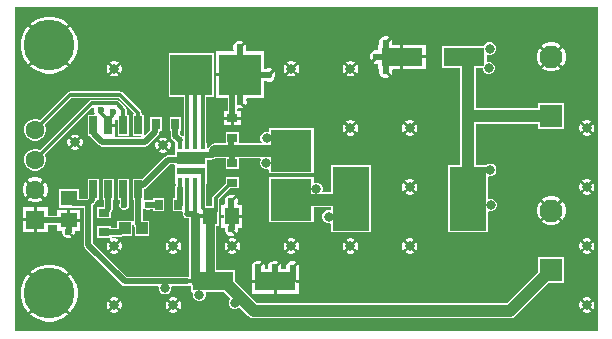
<source format=gbr>
G04*
G04 #@! TF.GenerationSoftware,Altium Limited,Altium Designer,24.0.1 (36)*
G04*
G04 Layer_Physical_Order=1*
G04 Layer_Color=255*
%FSLAX44Y44*%
%MOMM*%
G71*
G04*
G04 #@! TF.SameCoordinates,47EEF6A6-A9A8-4354-BB7B-09A3034422A5*
G04*
G04*
G04 #@! TF.FilePolarity,Positive*
G04*
G01*
G75*
%ADD13C,0.5000*%
%ADD14R,0.9000X0.7000*%
%ADD15R,1.0000X1.0000*%
%ADD16R,0.7000X0.9000*%
%ADD17R,3.5500X3.5000*%
%ADD18R,3.5000X3.5500*%
%ADD19R,1.3000X1.4500*%
%ADD20R,0.4500X0.4500*%
%ADD21R,2.4500X1.0360*%
%ADD22R,2.4500X0.5620*%
%ADD23R,1.4500X1.3000*%
%ADD24R,0.7000X1.5250*%
%ADD25R,3.5000X1.6000*%
%ADD26R,3.1000X5.4000*%
%ADD47C,0.3000*%
%ADD48C,0.7500*%
%ADD49C,1.0000*%
%ADD50C,1.6000*%
%ADD51R,1.6000X1.6000*%
%ADD52C,1.9500*%
%ADD53R,1.9500X1.9500*%
%ADD54C,0.6000*%
%ADD55C,0.8000*%
%ADD56C,4.3000*%
G36*
X1259481Y778059D02*
X765599D01*
Y1051941D01*
X1259481D01*
Y778059D01*
D02*
G37*
%LPC*%
G36*
X797368Y1044040D02*
X792632D01*
X787988Y1043116D01*
X783613Y1041304D01*
X779675Y1038673D01*
X778899Y1037897D01*
X780915Y1035881D01*
X779119Y1034085D01*
X777103Y1036101D01*
X776327Y1035325D01*
X773696Y1031387D01*
X771884Y1027012D01*
X770960Y1022368D01*
Y1017632D01*
X771884Y1012988D01*
X773696Y1008613D01*
X776327Y1004675D01*
X777103Y1003899D01*
X779119Y1005915D01*
X780915Y1004119D01*
X778899Y1002103D01*
X779675Y1001327D01*
X783613Y998696D01*
X787988Y996884D01*
X792632Y995960D01*
X797368D01*
X802012Y996884D01*
X806387Y998696D01*
X810325Y1001327D01*
X811101Y1002103D01*
X809085Y1004119D01*
X810881Y1005915D01*
X812897Y1003899D01*
X813673Y1004675D01*
X816304Y1008613D01*
X818116Y1012988D01*
X819040Y1017632D01*
Y1022368D01*
X818116Y1027012D01*
X816304Y1031387D01*
X813673Y1035325D01*
X812897Y1036101D01*
X810881Y1034085D01*
X809085Y1035881D01*
X811101Y1037897D01*
X810325Y1038673D01*
X806387Y1041304D01*
X802012Y1043116D01*
X797368Y1044040D01*
D02*
G37*
G36*
X1221618Y1022290D02*
X1218382D01*
X1215256Y1021452D01*
X1212454Y1019835D01*
X1212208Y1019588D01*
X1214255Y1017541D01*
X1212459Y1015745D01*
X1210412Y1017792D01*
X1210166Y1017546D01*
X1208548Y1014744D01*
X1207710Y1011618D01*
Y1008382D01*
X1208548Y1005256D01*
X1210166Y1002454D01*
X1210412Y1002208D01*
X1212459Y1004255D01*
X1214255Y1002459D01*
X1212208Y1000412D01*
X1212454Y1000166D01*
X1215256Y998548D01*
X1218382Y997710D01*
X1221618D01*
X1224744Y998548D01*
X1227546Y1000166D01*
X1227792Y1000412D01*
X1225745Y1002459D01*
X1227541Y1004255D01*
X1229588Y1002208D01*
X1229834Y1002454D01*
X1231452Y1005256D01*
X1232290Y1008382D01*
Y1011618D01*
X1231452Y1014744D01*
X1229834Y1017546D01*
X1229588Y1017792D01*
X1227541Y1015745D01*
X1225745Y1017541D01*
X1227792Y1019588D01*
X1227546Y1019835D01*
X1224744Y1021452D01*
X1221618Y1022290D01*
D02*
G37*
G36*
X1168814Y1022350D02*
X1166717D01*
X1164780Y1021547D01*
X1163298Y1020065D01*
X1162969Y1019270D01*
X1127730D01*
Y1000730D01*
X1143107D01*
Y960000D01*
Y918270D01*
X1132730D01*
Y861730D01*
X1166270D01*
Y878770D01*
X1167326Y879476D01*
X1167613Y879357D01*
X1169710D01*
X1171647Y880159D01*
X1173129Y881642D01*
X1173931Y883579D01*
Y885675D01*
X1173129Y887612D01*
X1171647Y889094D01*
X1169710Y889897D01*
X1167613D01*
X1167326Y889778D01*
X1166270Y890483D01*
Y908579D01*
X1167259Y909240D01*
X1169355D01*
X1171292Y910042D01*
X1172775Y911524D01*
X1173577Y913461D01*
Y915558D01*
X1172775Y917495D01*
X1171292Y918977D01*
X1169355Y919780D01*
X1167259D01*
X1165322Y918977D01*
X1164614Y918270D01*
X1155893D01*
Y953607D01*
X1208980D01*
Y948980D01*
X1231020D01*
Y971020D01*
X1208980D01*
Y966393D01*
X1155893D01*
Y1000730D01*
X1161923D01*
Y999415D01*
X1162725Y997478D01*
X1164208Y995996D01*
X1166144Y995193D01*
X1168241D01*
X1170178Y995996D01*
X1171660Y997478D01*
X1172463Y999415D01*
Y1001512D01*
X1171660Y1003448D01*
X1170178Y1004931D01*
X1168241Y1005733D01*
X1166144D01*
X1165270Y1006318D01*
Y1011266D01*
X1166326Y1011972D01*
X1166717Y1011810D01*
X1168814D01*
X1170751Y1012612D01*
X1172233Y1014095D01*
X1173036Y1016031D01*
Y1018128D01*
X1172233Y1020065D01*
X1170751Y1021547D01*
X1168814Y1022350D01*
D02*
G37*
G36*
X1050861Y1006540D02*
X1049139D01*
X1047476Y1006094D01*
X1046351Y1005445D01*
X1048409Y1003387D01*
X1046613Y1001591D01*
X1044555Y1003649D01*
X1043906Y1002524D01*
X1043460Y1000861D01*
Y999139D01*
X1043906Y997476D01*
X1044555Y996351D01*
X1046613Y998409D01*
X1048409Y996613D01*
X1046351Y994555D01*
X1047476Y993906D01*
X1049139Y993460D01*
X1050861D01*
X1052524Y993906D01*
X1053649Y994555D01*
X1051591Y996613D01*
X1053387Y998409D01*
X1055445Y996351D01*
X1056094Y997476D01*
X1056540Y999139D01*
Y1000861D01*
X1056094Y1002524D01*
X1055445Y1003649D01*
X1053387Y1001591D01*
X1051591Y1003387D01*
X1053649Y1005445D01*
X1052524Y1006094D01*
X1050861Y1006540D01*
D02*
G37*
G36*
X1000861D02*
X999139D01*
X997476Y1006094D01*
X996351Y1005445D01*
X998409Y1003387D01*
X996613Y1001591D01*
X994555Y1003649D01*
X993906Y1002524D01*
X993460Y1000861D01*
Y999139D01*
X993906Y997476D01*
X994555Y996351D01*
X996613Y998409D01*
X998409Y996613D01*
X996351Y994555D01*
X997476Y993906D01*
X999139Y993460D01*
X1000861D01*
X1002524Y993906D01*
X1003649Y994555D01*
X1001591Y996613D01*
X1003387Y998409D01*
X1005445Y996351D01*
X1006094Y997476D01*
X1006540Y999139D01*
Y1000861D01*
X1006094Y1002524D01*
X1005445Y1003649D01*
X1003387Y1001591D01*
X1001591Y1003387D01*
X1003649Y1005445D01*
X1002524Y1006094D01*
X1000861Y1006540D01*
D02*
G37*
G36*
X850861D02*
X849139D01*
X847476Y1006094D01*
X846351Y1005445D01*
X848409Y1003387D01*
X846613Y1001591D01*
X844555Y1003649D01*
X843906Y1002524D01*
X843460Y1000861D01*
Y999139D01*
X843906Y997476D01*
X844555Y996351D01*
X846613Y998409D01*
X848409Y996613D01*
X846351Y994555D01*
X847476Y993906D01*
X849139Y993460D01*
X850861D01*
X852524Y993906D01*
X853649Y994555D01*
X851591Y996613D01*
X853387Y998409D01*
X855445Y996351D01*
X856094Y997476D01*
X856540Y999139D01*
Y1000861D01*
X856094Y1002524D01*
X855445Y1003649D01*
X853387Y1001591D01*
X851591Y1003387D01*
X853649Y1005445D01*
X852524Y1006094D01*
X850861Y1006540D01*
D02*
G37*
G36*
X1081102Y1027540D02*
X1078898D01*
X1076862Y1026697D01*
X1075303Y1025138D01*
X1074460Y1023102D01*
Y1020898D01*
X1074221Y1020540D01*
X1073460D01*
Y1015779D01*
X1073102Y1015540D01*
X1070898D01*
X1068862Y1014697D01*
X1067303Y1013138D01*
X1066460Y1011102D01*
Y1008898D01*
X1067234Y1007030D01*
X1069373Y1009169D01*
X1071169Y1007373D01*
X1069030Y1005234D01*
X1070898Y1004460D01*
X1073102D01*
X1073460Y1004221D01*
Y999460D01*
X1074221D01*
X1074460Y999102D01*
Y996898D01*
X1075303Y994862D01*
X1076862Y993303D01*
X1078898Y992460D01*
X1081102D01*
X1082970Y993234D01*
X1080831Y995373D01*
X1082627Y997169D01*
X1084766Y995030D01*
X1085540Y996898D01*
Y999102D01*
X1085779Y999460D01*
X1092230D01*
Y1002273D01*
X1094770D01*
Y999460D01*
X1113540D01*
Y1008730D01*
X1110727D01*
Y1011270D01*
X1113540D01*
Y1020540D01*
X1094770D01*
Y1017727D01*
X1092230D01*
Y1020540D01*
X1085779D01*
X1085540Y1020898D01*
Y1023102D01*
X1084766Y1024970D01*
X1082627Y1022831D01*
X1080831Y1024627D01*
X1082970Y1026766D01*
X1081102Y1027540D01*
D02*
G37*
G36*
X957256Y1023776D02*
X955052D01*
X953016Y1022933D01*
X951457Y1021374D01*
X950614Y1019338D01*
Y1017134D01*
X950955Y1016310D01*
X950106Y1015040D01*
X936210D01*
Y996270D01*
X939023D01*
Y993730D01*
X936210D01*
Y974960D01*
X946156D01*
Y964310D01*
X942960D01*
Y959540D01*
X945773D01*
Y957000D01*
X942960D01*
Y952230D01*
X948730D01*
Y955043D01*
X951270D01*
Y952230D01*
X957040D01*
Y957000D01*
X954227D01*
Y959540D01*
X957040D01*
Y964310D01*
X953844D01*
Y965901D01*
X954900Y966607D01*
X955404Y966398D01*
X957608D01*
X959476Y967172D01*
X957337Y969311D01*
X959133Y971107D01*
X961272Y968968D01*
X962046Y970836D01*
Y973040D01*
X961688Y973904D01*
X962393Y974960D01*
X976790D01*
Y989200D01*
X977159Y989496D01*
X978060Y989886D01*
X979822Y989156D01*
X982026D01*
X984062Y990000D01*
X985620Y991558D01*
X986464Y993594D01*
Y995798D01*
X985690Y997666D01*
X983551Y995527D01*
X981755Y997323D01*
X983894Y999463D01*
X982026Y1000236D01*
X979822D01*
X978060Y999507D01*
X977159Y999897D01*
X976790Y1000193D01*
Y1015040D01*
X962201D01*
X961352Y1016310D01*
X961694Y1017134D01*
Y1019338D01*
X960920Y1021206D01*
X958781Y1019067D01*
X956985Y1020863D01*
X959124Y1023002D01*
X957256Y1023776D01*
D02*
G37*
G36*
X1250861Y956540D02*
X1249139D01*
X1247476Y956094D01*
X1246351Y955445D01*
X1248409Y953387D01*
X1246613Y951591D01*
X1244555Y953649D01*
X1243906Y952524D01*
X1243460Y950861D01*
Y949139D01*
X1243906Y947476D01*
X1244555Y946351D01*
X1246613Y948409D01*
X1248409Y946613D01*
X1246351Y944555D01*
X1247476Y943906D01*
X1249139Y943460D01*
X1250861D01*
X1252524Y943906D01*
X1253649Y944555D01*
X1251591Y946613D01*
X1253387Y948409D01*
X1255445Y946351D01*
X1256094Y947476D01*
X1256540Y949139D01*
Y950861D01*
X1256094Y952524D01*
X1255445Y953649D01*
X1253387Y951591D01*
X1251591Y953387D01*
X1253649Y955445D01*
X1252524Y956094D01*
X1250861Y956540D01*
D02*
G37*
G36*
X1100861D02*
X1099139D01*
X1097476Y956094D01*
X1096351Y955445D01*
X1098409Y953387D01*
X1096613Y951591D01*
X1094555Y953649D01*
X1093906Y952524D01*
X1093460Y950861D01*
Y949139D01*
X1093906Y947476D01*
X1094555Y946351D01*
X1096613Y948409D01*
X1098409Y946613D01*
X1096351Y944555D01*
X1097476Y943906D01*
X1099139Y943460D01*
X1100861D01*
X1102524Y943906D01*
X1103649Y944555D01*
X1101591Y946613D01*
X1103387Y948409D01*
X1105445Y946351D01*
X1106094Y947476D01*
X1106540Y949139D01*
Y950861D01*
X1106094Y952524D01*
X1105445Y953649D01*
X1103387Y951591D01*
X1101591Y953387D01*
X1103649Y955445D01*
X1102524Y956094D01*
X1100861Y956540D01*
D02*
G37*
G36*
X1050861D02*
X1049139D01*
X1047476Y956094D01*
X1046351Y955445D01*
X1048409Y953387D01*
X1046613Y951591D01*
X1044555Y953649D01*
X1043906Y952524D01*
X1043460Y950861D01*
Y949139D01*
X1043906Y947476D01*
X1044555Y946351D01*
X1046613Y948409D01*
X1048409Y946613D01*
X1046351Y944555D01*
X1047476Y943906D01*
X1049139Y943460D01*
X1050861D01*
X1052524Y943906D01*
X1053649Y944555D01*
X1051591Y946613D01*
X1053387Y948409D01*
X1055445Y946351D01*
X1056094Y947476D01*
X1056540Y949139D01*
Y950861D01*
X1056094Y952524D01*
X1055445Y953649D01*
X1053387Y951591D01*
X1051591Y953387D01*
X1053649Y955445D01*
X1052524Y956094D01*
X1050861Y956540D01*
D02*
G37*
G36*
X855000Y980824D02*
X855000Y980824D01*
X812600D01*
X811519Y980609D01*
X810603Y979997D01*
X810603Y979997D01*
X787254Y956648D01*
X786578Y957038D01*
X784220Y957670D01*
X781780D01*
X779422Y957038D01*
X777308Y955818D01*
X775582Y954092D01*
X774362Y951978D01*
X773730Y949620D01*
Y947180D01*
X774362Y944822D01*
X775582Y942708D01*
X777308Y940982D01*
X779422Y939762D01*
X781780Y939130D01*
X784220D01*
X786578Y939762D01*
X788692Y940982D01*
X790418Y942708D01*
X791638Y944822D01*
X792270Y947180D01*
Y949620D01*
X791638Y951978D01*
X791248Y952654D01*
X813770Y975176D01*
X853830D01*
X866721Y962285D01*
X866195Y961015D01*
X865543D01*
Y943225D01*
X872586D01*
X873264Y941955D01*
X873190Y941844D01*
X852177D01*
X850953Y941955D01*
Y950850D01*
X848139D01*
Y953390D01*
X850953D01*
Y956961D01*
X851572Y957322D01*
X852842Y956592D01*
Y943225D01*
X862383D01*
Y961015D01*
X860437D01*
Y965387D01*
X860437Y965387D01*
X860222Y966468D01*
X859610Y967385D01*
X859610Y967385D01*
X853997Y972997D01*
X853081Y973609D01*
X852000Y973824D01*
X852000Y973824D01*
X831000D01*
X829919Y973609D01*
X829003Y972997D01*
X829003Y972997D01*
X787254Y931248D01*
X786578Y931638D01*
X784220Y932270D01*
X781780D01*
X779422Y931638D01*
X777308Y930418D01*
X775582Y928692D01*
X774362Y926578D01*
X773730Y924220D01*
Y921780D01*
X774362Y919422D01*
X775582Y917308D01*
X777308Y915582D01*
X779422Y914362D01*
X781780Y913730D01*
X784220D01*
X786578Y914362D01*
X788692Y915582D01*
X790418Y917308D01*
X791638Y919422D01*
X792270Y921780D01*
Y924220D01*
X791638Y926578D01*
X791248Y927254D01*
X831437Y967443D01*
X832143Y967374D01*
X832958Y966023D01*
X832912Y965912D01*
Y963708D01*
X833501Y962285D01*
X832752Y961015D01*
X827442D01*
Y943225D01*
X829722D01*
X830495Y942069D01*
X837282Y935282D01*
X837282Y935282D01*
X838529Y934449D01*
X840000Y934156D01*
X876000D01*
X876000Y934156D01*
X877471Y934449D01*
X878718Y935282D01*
X886973Y943537D01*
X886973Y943537D01*
X887806Y944784D01*
X888099Y946255D01*
X888859Y947230D01*
X890025D01*
Y958770D01*
X880485D01*
Y952372D01*
X880411Y952000D01*
X880411Y952000D01*
Y947847D01*
X876352Y943789D01*
X875082Y944315D01*
Y961015D01*
X873137D01*
Y962687D01*
X873137Y962688D01*
X872922Y963768D01*
X872310Y964685D01*
X872309Y964685D01*
X856997Y979997D01*
X856081Y980609D01*
X855000Y980824D01*
D02*
G37*
G36*
X934020Y1013770D02*
X895980D01*
Y976230D01*
X908926D01*
Y943239D01*
X908888Y943209D01*
X907656Y942780D01*
X905639Y944797D01*
Y947230D01*
X906565D01*
Y958770D01*
X897025D01*
Y947230D01*
X897951D01*
Y943205D01*
X897951Y943205D01*
X898244Y941734D01*
X899077Y940487D01*
X901155Y938409D01*
X901730Y937380D01*
X901730D01*
X901730Y937380D01*
Y930790D01*
X901480D01*
Y926786D01*
X895250D01*
X895250Y926786D01*
X893779Y926494D01*
X892532Y925660D01*
X873646Y906775D01*
X865543D01*
Y888985D01*
X866469D01*
Y871424D01*
X865263Y871270D01*
X865199Y871270D01*
X852723D01*
Y865574D01*
X847032D01*
Y866500D01*
X835492D01*
Y856960D01*
X845878D01*
X846435Y856960D01*
X846461Y856864D01*
D01*
X846775Y855690D01*
X846351Y855445D01*
X848409Y853387D01*
X846613Y851591D01*
X844555Y853649D01*
X843906Y852524D01*
X843460Y850861D01*
Y849139D01*
X843906Y847476D01*
X844555Y846351D01*
X846613Y848409D01*
X848409Y846613D01*
X846351Y844555D01*
X847476Y843906D01*
X849139Y843460D01*
X850861D01*
X852524Y843906D01*
X853649Y844555D01*
X851591Y846613D01*
X853387Y848409D01*
X855445Y846351D01*
X856094Y847476D01*
X856540Y849139D01*
Y850861D01*
X856094Y852524D01*
X855445Y853649D01*
X853387Y851591D01*
X851591Y853387D01*
X853649Y855445D01*
X852524Y856094D01*
X850861Y856540D01*
X849139D01*
X849080Y856524D01*
X848950Y856501D01*
X848030Y857558D01*
X848169Y857886D01*
X855722D01*
X855723Y857886D01*
X857194Y858179D01*
X858019Y858730D01*
X865263D01*
Y867774D01*
X866533Y867899D01*
X866761Y866749D01*
X867263Y865999D01*
Y858730D01*
X879802D01*
Y871270D01*
X874156D01*
Y881509D01*
X875426Y882035D01*
X876081Y881380D01*
X877651Y880730D01*
X879349D01*
X880378Y881156D01*
X882960D01*
Y879230D01*
X892500D01*
Y890770D01*
X882960D01*
Y888844D01*
X880378D01*
X879349Y889270D01*
X877651D01*
X876226Y888680D01*
X875583Y889018D01*
X875082Y889417D01*
Y898314D01*
X875783Y898454D01*
X877031Y899287D01*
X896842Y919099D01*
X900582D01*
X901480Y918201D01*
X901480Y916620D01*
Y909210D01*
X901730D01*
Y902620D01*
X901872D01*
X902273Y901350D01*
X901699Y900491D01*
X901406Y899020D01*
Y890770D01*
X899500D01*
Y879230D01*
X907066D01*
X908029Y877960D01*
X907906Y877343D01*
X908199Y875872D01*
X909032Y874625D01*
X910279Y873792D01*
X911750Y873499D01*
X913132D01*
Y824570D01*
X912150Y823764D01*
X911750Y823844D01*
X860592D01*
X831844Y852592D01*
Y884408D01*
X833931Y886494D01*
X833931Y886495D01*
X834764Y887741D01*
X835011Y888985D01*
X836982D01*
Y906775D01*
X827442D01*
Y897252D01*
X827369Y896880D01*
X827369Y896880D01*
Y890805D01*
X826678Y890114D01*
X819940D01*
Y898040D01*
X802900D01*
Y882500D01*
X815048D01*
X815420Y882426D01*
X815420Y882426D01*
X824156D01*
Y851000D01*
X824156Y851000D01*
X824449Y849529D01*
X825282Y848282D01*
X856282Y817282D01*
X857529Y816449D01*
X859000Y816156D01*
X859000Y816156D01*
X886899D01*
X887534Y815204D01*
Y813108D01*
X888337Y811171D01*
X889819Y809689D01*
X891756Y808886D01*
X893853D01*
X895790Y809689D01*
X897272Y811171D01*
X898074Y813108D01*
Y815204D01*
X898710Y816156D01*
X911750D01*
X913221Y816449D01*
X913628Y816721D01*
X914730Y815930D01*
Y810730D01*
X916194D01*
X916900Y809674D01*
X916799Y809430D01*
Y807334D01*
X917601Y805397D01*
X919084Y803914D01*
X921021Y803112D01*
X923117D01*
X925054Y803914D01*
X926536Y805397D01*
X927339Y807334D01*
Y809430D01*
X927238Y809674D01*
X927943Y810730D01*
X943229D01*
X948469Y805491D01*
X947653Y804675D01*
X946850Y802738D01*
Y800641D01*
X947653Y798704D01*
X949135Y797222D01*
X951072Y796420D01*
X953169D01*
X955106Y797222D01*
X955921Y798038D01*
X963480Y790480D01*
X965554Y789094D01*
X968000Y788607D01*
X968000Y788607D01*
X1185000D01*
X1187446Y789094D01*
X1189520Y790480D01*
X1218021Y818980D01*
X1231020D01*
Y841020D01*
X1208980D01*
Y828021D01*
X1182352Y801393D01*
X970648D01*
X952270Y819771D01*
Y829270D01*
X935848D01*
Y866480D01*
X938500D01*
Y879727D01*
X938554Y880000D01*
Y889020D01*
X948224Y898690D01*
X955770D01*
Y908230D01*
X944230D01*
Y902684D01*
X933733Y892187D01*
X933121Y891271D01*
X932906Y890190D01*
X932906Y890190D01*
Y883520D01*
X927574D01*
Y902620D01*
X928270D01*
Y909210D01*
X928520D01*
Y916620D01*
X928520Y917370D01*
X928520Y918640D01*
Y923176D01*
X932020D01*
X932020Y923176D01*
X933415Y923454D01*
X934772D01*
X936174Y924034D01*
X944230D01*
Y915230D01*
X955770D01*
Y924034D01*
X973425D01*
X974127Y922764D01*
X973547Y921362D01*
Y919266D01*
X974349Y917329D01*
X975831Y915846D01*
X977768Y915044D01*
X979865D01*
X980174Y915172D01*
X981230Y914466D01*
Y911730D01*
X1018770D01*
Y949770D01*
X981230D01*
Y947131D01*
X980174Y946426D01*
X979961Y946514D01*
X977865D01*
X975928Y945712D01*
X974445Y944229D01*
X973643Y942292D01*
Y940196D01*
X974445Y938259D01*
X974711Y937993D01*
X974225Y936820D01*
X956982D01*
X955770Y936960D01*
Y946500D01*
X944230D01*
Y936960D01*
X943018Y936820D01*
X935427D01*
X932981Y936333D01*
X930907Y934948D01*
X929521Y932874D01*
X928270Y933095D01*
Y937380D01*
X927574D01*
Y976230D01*
X934020D01*
Y1013770D01*
D02*
G37*
G36*
X817572Y944323D02*
X815850D01*
X814186Y943877D01*
X813062Y943228D01*
X815120Y941170D01*
X813324Y939374D01*
X811266Y941432D01*
X810617Y940307D01*
X810171Y938644D01*
Y936922D01*
X810617Y935259D01*
X811266Y934134D01*
X813324Y936192D01*
X815120Y934396D01*
X813062Y932338D01*
X814186Y931689D01*
X815850Y931243D01*
X817572D01*
X819235Y931689D01*
X820360Y932338D01*
X818302Y934396D01*
X820098Y936192D01*
X822156Y934134D01*
X822805Y935259D01*
X823251Y936922D01*
Y938644D01*
X822805Y940307D01*
X822156Y941432D01*
X820098Y939374D01*
X818302Y941170D01*
X820360Y943228D01*
X819235Y943877D01*
X817572Y944323D01*
D02*
G37*
G36*
X892105Y941778D02*
X890383D01*
X888720Y941332D01*
X887595Y940683D01*
X889653Y938625D01*
X887857Y936829D01*
X885799Y938887D01*
X885150Y937762D01*
X884704Y936099D01*
Y934377D01*
X885150Y932714D01*
X885799Y931589D01*
X887857Y933647D01*
X889653Y931851D01*
X887595Y929793D01*
X888720Y929144D01*
X890383Y928698D01*
X892105D01*
X893769Y929144D01*
X894893Y929793D01*
X892835Y931851D01*
X894632Y933647D01*
X896689Y931589D01*
X897338Y932714D01*
X897784Y934377D01*
Y936099D01*
X897338Y937762D01*
X896689Y938887D01*
X894632Y936829D01*
X892835Y938625D01*
X894893Y940683D01*
X893769Y941332D01*
X892105Y941778D01*
D02*
G37*
G36*
X784388Y908140D02*
X781612D01*
X778932Y907422D01*
X776528Y906034D01*
X776445Y905951D01*
X778506Y903890D01*
X776710Y902094D01*
X774649Y904155D01*
X774566Y904072D01*
X773178Y901668D01*
X772460Y898988D01*
Y896212D01*
X773178Y893532D01*
X774566Y891128D01*
X774649Y891045D01*
X776710Y893106D01*
X778506Y891310D01*
X776445Y889249D01*
X776528Y889166D01*
X778932Y887778D01*
X781612Y887060D01*
X784388D01*
X787068Y887778D01*
X789472Y889166D01*
X789555Y889249D01*
X787494Y891310D01*
X789290Y893106D01*
X791351Y891045D01*
X791434Y891128D01*
X792822Y893532D01*
X793540Y896212D01*
Y898988D01*
X792822Y901668D01*
X791434Y904072D01*
X791351Y904155D01*
X789290Y902094D01*
X787494Y903890D01*
X789555Y905951D01*
X789472Y906034D01*
X787068Y907422D01*
X784388Y908140D01*
D02*
G37*
G36*
X1250861Y906540D02*
X1249139D01*
X1247476Y906094D01*
X1246351Y905445D01*
X1248409Y903387D01*
X1246613Y901591D01*
X1244555Y903649D01*
X1243906Y902524D01*
X1243460Y900861D01*
Y899139D01*
X1243906Y897476D01*
X1244555Y896351D01*
X1246613Y898409D01*
X1248409Y896613D01*
X1246351Y894555D01*
X1247476Y893906D01*
X1249139Y893460D01*
X1250861D01*
X1252524Y893906D01*
X1253649Y894555D01*
X1251591Y896613D01*
X1253387Y898409D01*
X1255445Y896351D01*
X1256094Y897476D01*
X1256540Y899139D01*
Y900861D01*
X1256094Y902524D01*
X1255445Y903649D01*
X1253387Y901591D01*
X1251591Y903387D01*
X1253649Y905445D01*
X1252524Y906094D01*
X1250861Y906540D01*
D02*
G37*
G36*
X1100861D02*
X1099139D01*
X1097476Y906094D01*
X1096351Y905445D01*
X1098409Y903387D01*
X1096613Y901591D01*
X1094555Y903649D01*
X1093906Y902524D01*
X1093460Y900861D01*
Y899139D01*
X1093906Y897476D01*
X1094555Y896351D01*
X1096613Y898409D01*
X1098409Y896613D01*
X1096351Y894555D01*
X1097476Y893906D01*
X1099139Y893460D01*
X1100861D01*
X1102524Y893906D01*
X1103649Y894555D01*
X1101591Y896613D01*
X1103387Y898409D01*
X1105445Y896351D01*
X1106094Y897476D01*
X1106540Y899139D01*
Y900861D01*
X1106094Y902524D01*
X1105445Y903649D01*
X1103387Y901591D01*
X1101591Y903387D01*
X1103649Y905445D01*
X1102524Y906094D01*
X1100861Y906540D01*
D02*
G37*
G36*
X1067270Y918270D02*
X1033730D01*
Y895643D01*
X1026946D01*
X1026241Y896699D01*
X1026428Y897151D01*
Y899247D01*
X1025626Y901184D01*
X1024143Y902666D01*
X1022206Y903469D01*
X1020110D01*
X1019826Y903351D01*
X1018770Y904057D01*
Y908270D01*
X981230D01*
Y870230D01*
X1018770D01*
Y882857D01*
X1033730D01*
Y880758D01*
X1032674Y880052D01*
X1032544Y880106D01*
X1030447D01*
X1028510Y879304D01*
X1027028Y877821D01*
X1026226Y875884D01*
Y873788D01*
X1027028Y871851D01*
X1028510Y870368D01*
X1030447Y869566D01*
X1032544D01*
X1032674Y869620D01*
X1033730Y868914D01*
Y861730D01*
X1067270D01*
Y918270D01*
D02*
G37*
G36*
X1221618Y892290D02*
X1218382D01*
X1215256Y891452D01*
X1212454Y889834D01*
X1212208Y889588D01*
X1214255Y887541D01*
X1212459Y885745D01*
X1210412Y887792D01*
X1210166Y887546D01*
X1208548Y884744D01*
X1207710Y881618D01*
Y878382D01*
X1208548Y875256D01*
X1210166Y872454D01*
X1210412Y872208D01*
X1212459Y874255D01*
X1214255Y872459D01*
X1212208Y870412D01*
X1212454Y870165D01*
X1215256Y868548D01*
X1218382Y867710D01*
X1221618D01*
X1224744Y868548D01*
X1227546Y870165D01*
X1227792Y870412D01*
X1225745Y872459D01*
X1227541Y874255D01*
X1229588Y872208D01*
X1229834Y872454D01*
X1231452Y875256D01*
X1232290Y878382D01*
Y881618D01*
X1231452Y884744D01*
X1229834Y887546D01*
X1229588Y887792D01*
X1227541Y885745D01*
X1225745Y887541D01*
X1227792Y889588D01*
X1227546Y889834D01*
X1224744Y891452D01*
X1221618Y892290D01*
D02*
G37*
G36*
X862383Y906775D02*
X852842D01*
Y888985D01*
X854465D01*
Y886416D01*
X854230Y885849D01*
Y884151D01*
X854880Y882581D01*
X856081Y881380D01*
X857651Y880730D01*
X859349D01*
X860919Y881380D01*
X862120Y882581D01*
X862770Y884151D01*
Y885849D01*
X862152Y887340D01*
Y888985D01*
X862383D01*
Y906775D01*
D02*
G37*
G36*
X793540Y882740D02*
X784270D01*
Y879927D01*
X781730D01*
Y882740D01*
X772460D01*
Y873470D01*
X775273D01*
Y870930D01*
X772460D01*
Y861660D01*
X781730D01*
Y864473D01*
X784270D01*
Y861660D01*
X793540D01*
Y867886D01*
X801630D01*
Y862690D01*
X805460D01*
Y860898D01*
X806303Y858862D01*
X807862Y857303D01*
X809898Y856460D01*
X812102D01*
X813970Y857234D01*
X811831Y859373D01*
X813627Y861169D01*
X815766Y859030D01*
X816540Y860898D01*
Y862690D01*
X821210D01*
Y870460D01*
X818397D01*
Y873000D01*
X821210D01*
Y880770D01*
X812690D01*
Y877957D01*
X810150D01*
Y880770D01*
X801630D01*
Y875574D01*
X793540D01*
Y882740D01*
D02*
G37*
G36*
X849682Y906775D02*
X840143D01*
Y888985D01*
X841069D01*
Y883040D01*
X835492D01*
Y873500D01*
X847032D01*
Y877604D01*
X847630Y878202D01*
X847631Y878202D01*
X848464Y879449D01*
X848756Y880920D01*
Y888985D01*
X849682D01*
Y906775D01*
D02*
G37*
G36*
X950072Y893523D02*
X947868D01*
X945832Y892679D01*
X944273Y891121D01*
X943430Y889085D01*
Y886881D01*
X943770Y886060D01*
X942921Y884790D01*
X940230D01*
Y876270D01*
X943043D01*
Y873730D01*
X940230D01*
Y865210D01*
X943388D01*
X943460Y865102D01*
Y862898D01*
X944303Y860862D01*
X945862Y859303D01*
X947898Y858460D01*
X950102D01*
X951970Y859234D01*
X949831Y861373D01*
X951627Y863169D01*
X953766Y861030D01*
X954540Y862898D01*
Y865102D01*
X954612Y865210D01*
X958310D01*
Y873730D01*
X955497D01*
Y876270D01*
X958310D01*
Y884790D01*
X955018D01*
X954170Y886060D01*
X954510Y886881D01*
Y889085D01*
X953736Y890953D01*
X951597Y888814D01*
X949800Y890610D01*
X951940Y892749D01*
X950072Y893523D01*
D02*
G37*
G36*
X1250861Y856540D02*
X1249139D01*
X1247476Y856094D01*
X1246351Y855445D01*
X1248409Y853387D01*
X1246613Y851591D01*
X1244555Y853649D01*
X1243906Y852524D01*
X1243460Y850861D01*
Y849139D01*
X1243906Y847476D01*
X1244555Y846351D01*
X1246613Y848409D01*
X1248409Y846613D01*
X1246351Y844555D01*
X1247476Y843906D01*
X1249139Y843460D01*
X1250861D01*
X1252524Y843906D01*
X1253649Y844555D01*
X1251591Y846613D01*
X1253387Y848409D01*
X1255445Y846351D01*
X1256094Y847476D01*
X1256540Y849139D01*
Y850861D01*
X1256094Y852524D01*
X1255445Y853649D01*
X1253387Y851591D01*
X1251591Y853387D01*
X1253649Y855445D01*
X1252524Y856094D01*
X1250861Y856540D01*
D02*
G37*
G36*
X1100861D02*
X1099139D01*
X1097476Y856094D01*
X1096351Y855445D01*
X1098409Y853387D01*
X1096613Y851591D01*
X1094555Y853649D01*
X1093906Y852524D01*
X1093460Y850861D01*
Y849139D01*
X1093906Y847476D01*
X1094555Y846351D01*
X1096613Y848409D01*
X1098409Y846613D01*
X1096351Y844555D01*
X1097476Y843906D01*
X1099139Y843460D01*
X1100861D01*
X1102524Y843906D01*
X1103649Y844555D01*
X1101591Y846613D01*
X1103387Y848409D01*
X1105445Y846351D01*
X1106094Y847476D01*
X1106540Y849139D01*
Y850861D01*
X1106094Y852524D01*
X1105445Y853649D01*
X1103387Y851591D01*
X1101591Y853387D01*
X1103649Y855445D01*
X1102524Y856094D01*
X1100861Y856540D01*
D02*
G37*
G36*
X1050861D02*
X1049139D01*
X1047476Y856094D01*
X1046351Y855445D01*
X1048409Y853387D01*
X1046613Y851591D01*
X1044555Y853649D01*
X1043906Y852524D01*
X1043460Y850861D01*
Y849139D01*
X1043906Y847476D01*
X1044555Y846351D01*
X1046613Y848409D01*
X1048409Y846613D01*
X1046351Y844555D01*
X1047476Y843906D01*
X1049139Y843460D01*
X1050861D01*
X1052524Y843906D01*
X1053649Y844555D01*
X1051591Y846613D01*
X1053387Y848409D01*
X1055445Y846351D01*
X1056094Y847476D01*
X1056540Y849139D01*
Y850861D01*
X1056094Y852524D01*
X1055445Y853649D01*
X1053387Y851591D01*
X1051591Y853387D01*
X1053649Y855445D01*
X1052524Y856094D01*
X1050861Y856540D01*
D02*
G37*
G36*
X1000861D02*
X999139D01*
X997476Y856094D01*
X996351Y855445D01*
X998409Y853387D01*
X996613Y851591D01*
X994555Y853649D01*
X993906Y852524D01*
X993460Y850861D01*
Y849139D01*
X993906Y847476D01*
X994555Y846351D01*
X996613Y848409D01*
X998409Y846613D01*
X996351Y844555D01*
X997476Y843906D01*
X999139Y843460D01*
X1000861D01*
X1002524Y843906D01*
X1003649Y844555D01*
X1001591Y846613D01*
X1003387Y848409D01*
X1005445Y846351D01*
X1006094Y847476D01*
X1006540Y849139D01*
Y850861D01*
X1006094Y852524D01*
X1005445Y853649D01*
X1003387Y851591D01*
X1001591Y853387D01*
X1003649Y855445D01*
X1002524Y856094D01*
X1000861Y856540D01*
D02*
G37*
G36*
X950861D02*
X949139D01*
X947476Y856094D01*
X946351Y855445D01*
X948409Y853387D01*
X946613Y851591D01*
X944555Y853649D01*
X943906Y852524D01*
X943460Y850861D01*
Y849139D01*
X943906Y847476D01*
X944555Y846351D01*
X946613Y848409D01*
X948409Y846613D01*
X946351Y844555D01*
X947476Y843906D01*
X949139Y843460D01*
X950861D01*
X952524Y843906D01*
X953649Y844555D01*
X951591Y846613D01*
X953387Y848409D01*
X955445Y846351D01*
X956094Y847476D01*
X956540Y849139D01*
Y850861D01*
X956094Y852524D01*
X955445Y853649D01*
X953387Y851591D01*
X951591Y853387D01*
X953649Y855445D01*
X952524Y856094D01*
X950861Y856540D01*
D02*
G37*
G36*
X900861D02*
X899139D01*
X897476Y856094D01*
X896351Y855445D01*
X898409Y853387D01*
X896613Y851591D01*
X894555Y853649D01*
X893906Y852524D01*
X893460Y850861D01*
Y849139D01*
X893906Y847476D01*
X894555Y846351D01*
X896613Y848409D01*
X898409Y846613D01*
X896351Y844555D01*
X897476Y843906D01*
X899139Y843460D01*
X900861D01*
X902524Y843906D01*
X903649Y844555D01*
X901591Y846613D01*
X903387Y848409D01*
X905445Y846351D01*
X906094Y847476D01*
X906540Y849139D01*
Y850861D01*
X906094Y852524D01*
X905445Y853649D01*
X903387Y851591D01*
X901591Y853387D01*
X903649Y855445D01*
X902524Y856094D01*
X900861Y856540D01*
D02*
G37*
G36*
X987102Y837540D02*
X984898D01*
X982862Y836697D01*
X981303Y835138D01*
X980460Y833102D01*
Y830898D01*
X980221Y830540D01*
X977779D01*
X977540Y830898D01*
Y833102D01*
X976766Y834970D01*
X974627Y832831D01*
X972831Y834627D01*
X974970Y836766D01*
X973102Y837540D01*
X970898D01*
X968862Y836697D01*
X967303Y835138D01*
X966460Y833102D01*
Y830898D01*
X966552Y830677D01*
X966460Y830540D01*
X966460D01*
Y821270D01*
X969273D01*
Y818730D01*
X966460D01*
Y809460D01*
X985230D01*
Y812273D01*
X987770D01*
Y809460D01*
X1006540D01*
Y818730D01*
X1003727D01*
Y821270D01*
X1006540D01*
Y830540D01*
X1006540D01*
X1006516Y830576D01*
X1006517Y830580D01*
Y832784D01*
X1005743Y834652D01*
X1003604Y832513D01*
X1001808Y834309D01*
X1003947Y836448D01*
X1002079Y837222D01*
X999875D01*
X997839Y836378D01*
X996281Y834820D01*
X995437Y832784D01*
Y830580D01*
X995411Y830540D01*
X991779D01*
X991540Y830898D01*
Y833102D01*
X990766Y834970D01*
X988627Y832831D01*
X986831Y834627D01*
X988970Y836766D01*
X987102Y837540D01*
D02*
G37*
G36*
X797368Y834040D02*
X792632D01*
X787988Y833116D01*
X783613Y831304D01*
X779675Y828673D01*
X778899Y827897D01*
X780915Y825881D01*
X779119Y824085D01*
X777103Y826101D01*
X776327Y825325D01*
X773696Y821387D01*
X771884Y817012D01*
X770960Y812368D01*
Y807632D01*
X771884Y802988D01*
X773696Y798613D01*
X776327Y794675D01*
X777103Y793899D01*
X779119Y795915D01*
X780915Y794119D01*
X778899Y792103D01*
X779675Y791327D01*
X783613Y788696D01*
X787988Y786884D01*
X792632Y785960D01*
X797368D01*
X802012Y786884D01*
X806387Y788696D01*
X810325Y791327D01*
X811101Y792103D01*
X809085Y794119D01*
X810881Y795915D01*
X812897Y793899D01*
X813673Y794675D01*
X816304Y798613D01*
X818116Y802988D01*
X819040Y807632D01*
Y812368D01*
X818116Y817012D01*
X816304Y821387D01*
X813673Y825325D01*
X812897Y826101D01*
X810881Y824085D01*
X809085Y825881D01*
X811101Y827897D01*
X810325Y828673D01*
X806387Y831304D01*
X802012Y833116D01*
X797368Y834040D01*
D02*
G37*
G36*
X1250861Y806540D02*
X1249139D01*
X1247476Y806094D01*
X1246351Y805445D01*
X1248409Y803387D01*
X1246613Y801591D01*
X1244555Y803649D01*
X1243906Y802524D01*
X1243460Y800861D01*
Y799139D01*
X1243906Y797476D01*
X1244555Y796351D01*
X1246613Y798409D01*
X1248409Y796613D01*
X1246351Y794555D01*
X1247476Y793906D01*
X1249139Y793460D01*
X1250861D01*
X1252524Y793906D01*
X1253649Y794555D01*
X1251591Y796613D01*
X1253387Y798409D01*
X1255445Y796351D01*
X1256094Y797476D01*
X1256540Y799139D01*
Y800861D01*
X1256094Y802524D01*
X1255445Y803649D01*
X1253387Y801591D01*
X1251591Y803387D01*
X1253649Y805445D01*
X1252524Y806094D01*
X1250861Y806540D01*
D02*
G37*
G36*
X900861D02*
X899139D01*
X897476Y806094D01*
X896351Y805445D01*
X898409Y803387D01*
X896613Y801591D01*
X894555Y803649D01*
X893906Y802524D01*
X893460Y800861D01*
Y799139D01*
X893906Y797476D01*
X894555Y796351D01*
X896613Y798409D01*
X898409Y796613D01*
X896351Y794555D01*
X897476Y793906D01*
X899139Y793460D01*
X900861D01*
X902524Y793906D01*
X903649Y794555D01*
X901591Y796613D01*
X903387Y798409D01*
X905445Y796351D01*
X906094Y797476D01*
X906540Y799139D01*
Y800861D01*
X906094Y802524D01*
X905445Y803649D01*
X903387Y801591D01*
X901591Y803387D01*
X903649Y805445D01*
X902524Y806094D01*
X900861Y806540D01*
D02*
G37*
G36*
X850861D02*
X849139D01*
X847476Y806094D01*
X846351Y805445D01*
X848409Y803387D01*
X846613Y801591D01*
X844555Y803649D01*
X843906Y802524D01*
X843460Y800861D01*
Y799139D01*
X843906Y797476D01*
X844555Y796351D01*
X846613Y798409D01*
X848409Y796613D01*
X846351Y794555D01*
X847476Y793906D01*
X849139Y793460D01*
X850861D01*
X852524Y793906D01*
X853649Y794555D01*
X851591Y796613D01*
X853387Y798409D01*
X855445Y796351D01*
X856094Y797476D01*
X856540Y799139D01*
Y800861D01*
X856094Y802524D01*
X855445Y803649D01*
X853387Y801591D01*
X851591Y803387D01*
X853649Y805445D01*
X852524Y806094D01*
X850861Y806540D01*
D02*
G37*
%LPD*%
D13*
X949120Y875150D02*
Y887832D01*
Y875150D02*
X949270Y875000D01*
X948970Y887983D02*
X949120Y887832D01*
X956154Y995346D02*
Y1018236D01*
Y995346D02*
X956500Y995000D01*
X956804Y994696D02*
X980924D01*
X956500Y995000D02*
X956804Y994696D01*
X956500Y995000D02*
X956506Y994994D01*
Y971938D02*
Y994994D01*
X811420Y862000D02*
Y871730D01*
X811000Y862000D02*
X811420D01*
X949270Y864000D02*
Y875000D01*
X949000Y864000D02*
X949270D01*
X972000Y820000D02*
Y832000D01*
X986000Y820000D02*
Y832000D01*
Y820000D02*
X986500D01*
X972000D02*
X986000D01*
X1000977D02*
Y831682D01*
X986500Y820000D02*
X1000977D01*
X1080000Y1010000D02*
Y1022000D01*
Y998000D02*
Y1010000D01*
X1093500D01*
X1072000D02*
X1080000D01*
X911750Y877343D02*
X918250D01*
X859000Y820000D02*
X911750D01*
X905250Y885000D02*
Y899020D01*
X783000Y872200D02*
X783470Y871730D01*
X811420D01*
X828000Y851000D02*
Y886000D01*
Y851000D02*
X859000Y820000D01*
X815420Y886270D02*
X828000D01*
Y886000D02*
X831212Y889212D01*
Y896880D01*
X811420Y890270D02*
X815420Y886270D01*
X831212Y896880D02*
X832213Y897880D01*
X840000Y938000D02*
X876000D01*
X833213Y944788D02*
Y951120D01*
Y944788D02*
X840000Y938000D01*
X832213Y952120D02*
X833213Y951120D01*
X884255Y946255D02*
Y952000D01*
X876000Y938000D02*
X884255Y946255D01*
Y952000D02*
X885255Y953000D01*
X895250Y922942D02*
X913602D01*
X874313Y902005D02*
X895250Y922942D01*
X913602D02*
X917680Y927020D01*
X901795Y943205D02*
X905250Y939750D01*
X901795Y943205D02*
Y953000D01*
X917680Y927020D02*
X932020D01*
X935427Y930427D01*
X930730Y822770D02*
X933500Y820000D01*
X950000Y958270D02*
Y988500D01*
X956500Y995000D01*
X950000Y920000D02*
Y929136D01*
X948709Y930427D02*
X950000Y929136D01*
X948709Y930427D02*
Y940730D01*
X949709Y941730D02*
X950000D01*
X948709Y940730D02*
X949709Y941730D01*
X870312Y868220D02*
Y897880D01*
Y902005D01*
X858309Y885191D02*
Y897184D01*
Y885191D02*
X858500Y885000D01*
X857613Y897880D02*
X858309Y897184D01*
X878500Y885000D02*
X887730D01*
X855723Y861730D02*
X858992Y865000D01*
X841263Y861730D02*
X855723D01*
X841263Y878270D02*
X842262D01*
X844912Y880920D02*
Y897880D01*
X842262Y878270D02*
X844912Y880920D01*
D14*
X841263Y878270D02*
D03*
Y861730D02*
D03*
X950000Y920000D02*
D03*
Y903460D02*
D03*
Y958270D02*
D03*
Y941730D02*
D03*
D15*
X858992Y865000D02*
D03*
X873532D02*
D03*
D16*
X885255Y953000D02*
D03*
X901795D02*
D03*
X887730Y885000D02*
D03*
X904270D02*
D03*
D17*
X956500Y995000D02*
D03*
X915000D02*
D03*
D18*
X1000000Y889250D02*
D03*
Y930750D02*
D03*
D19*
X949270Y875000D02*
D03*
X930730D02*
D03*
D20*
X905250Y906140D02*
D03*
X911750D02*
D03*
X918250D02*
D03*
X924750D02*
D03*
Y933860D02*
D03*
X918250D02*
D03*
X911750D02*
D03*
X905250D02*
D03*
D21*
X915000Y924340D02*
D03*
D22*
Y913290D02*
D03*
D23*
X811420Y871730D02*
D03*
Y890270D02*
D03*
D24*
X832213Y952120D02*
D03*
X844912D02*
D03*
X857613D02*
D03*
X870312D02*
D03*
Y897880D02*
D03*
X857613D02*
D03*
X844912D02*
D03*
X832213D02*
D03*
D25*
X1093500Y1010000D02*
D03*
X1146500D02*
D03*
X986500Y820000D02*
D03*
X933500D02*
D03*
D26*
X1050500Y890000D02*
D03*
X1149500D02*
D03*
D47*
X839026Y962132D02*
X844912Y956245D01*
X838452Y964810D02*
X839026Y964236D01*
Y962132D02*
Y964236D01*
X844912Y956245D02*
X845456D01*
Y952664D02*
Y956245D01*
X831000Y971000D02*
X852000D01*
X857613Y965387D01*
X783000Y923000D02*
X831000Y971000D01*
X911750Y877343D02*
Y906140D01*
X918250Y875000D02*
Y906140D01*
Y875000D02*
X930730D01*
X918250Y820000D02*
X933500D01*
X911750D02*
X918250D01*
X848371Y961559D02*
X849000Y962188D01*
X848371Y959704D02*
Y961559D01*
X849000Y962188D02*
Y963000D01*
X844912Y956245D02*
X848371Y959704D01*
X812600Y978000D02*
X855000D01*
X783000Y948400D02*
X812600Y978000D01*
X855000D02*
X870312Y962688D01*
Y952120D02*
Y962688D01*
X857613Y952120D02*
Y965387D01*
X844912Y952120D02*
X845456Y952664D01*
X915000Y913290D02*
X923440D01*
X924750Y906140D02*
Y911980D01*
X923440Y913290D02*
X924750Y911980D01*
X935730Y890190D02*
X949000Y903460D01*
X930730Y875000D02*
X935730Y880000D01*
Y890190D01*
X949000Y903460D02*
X950000D01*
X924750Y881730D02*
Y906140D01*
Y881730D02*
X930730Y875750D01*
Y875000D02*
Y875750D01*
X918250Y991750D02*
X924750Y985250D01*
X918250Y933860D02*
Y991750D01*
X915000Y995000D02*
X918250Y991750D01*
X911750D02*
X915000Y995000D01*
X911750Y933860D02*
Y991750D01*
X924750Y933860D02*
Y985250D01*
X905250Y899020D02*
Y906140D01*
Y933860D02*
Y939750D01*
D48*
X918250Y820000D02*
Y875000D01*
X930730Y822770D02*
Y875000D01*
D49*
X943000Y820000D02*
X968000Y795000D01*
X1185000D01*
X1220000Y830000D01*
X933500Y820000D02*
X943000D01*
X935427Y930427D02*
X948709D01*
X1149500Y960000D02*
Y1007000D01*
Y890000D02*
Y960000D01*
X1220000D01*
X1146500Y1010000D02*
X1149500Y1007000D01*
X1146500Y1010000D02*
X1146500D01*
X1049750Y889250D02*
X1050500Y890000D01*
X1000000Y889250D02*
X1049750D01*
X948709Y930427D02*
X999677D01*
D50*
X783000Y948400D02*
D03*
Y923000D02*
D03*
Y897600D02*
D03*
D51*
Y872200D02*
D03*
D52*
X1220000Y880000D02*
D03*
Y1010000D02*
D03*
D53*
Y830000D02*
D03*
Y960000D02*
D03*
D54*
X838452Y964810D02*
D03*
X948970Y887983D02*
D03*
X956154Y1018236D02*
D03*
X980924Y994696D02*
D03*
X956506Y971938D02*
D03*
X811000Y862000D02*
D03*
X949000Y864000D02*
D03*
X972000Y832000D02*
D03*
X986000D02*
D03*
X1000977Y831682D02*
D03*
X1072000Y1010000D02*
D03*
X1080000Y1022000D02*
D03*
Y998000D02*
D03*
X849000Y963000D02*
D03*
X858500Y885000D02*
D03*
X878500D02*
D03*
D55*
X1167766Y1017080D02*
D03*
X891244Y935238D02*
D03*
X816711Y937783D02*
D03*
X1250000Y800000D02*
D03*
Y850000D02*
D03*
Y900000D02*
D03*
Y950000D02*
D03*
X900000Y850000D02*
D03*
X850000D02*
D03*
Y800000D02*
D03*
X900000D02*
D03*
X950000Y850000D02*
D03*
X1000000D02*
D03*
X1050000D02*
D03*
X1100000D02*
D03*
Y900000D02*
D03*
Y950000D02*
D03*
X1050000D02*
D03*
Y1000000D02*
D03*
X1000000D02*
D03*
X850000D02*
D03*
X892804Y814156D02*
D03*
X922069Y808382D02*
D03*
X952120Y801690D02*
D03*
X1167193Y1000463D02*
D03*
X1168307Y914510D02*
D03*
X1168661Y884627D02*
D03*
X1031496Y874836D02*
D03*
X1021158Y898199D02*
D03*
X978913Y941244D02*
D03*
X978817Y920314D02*
D03*
X933724Y928724D02*
D03*
D56*
X795000Y810000D02*
D03*
Y1020000D02*
D03*
M02*

</source>
